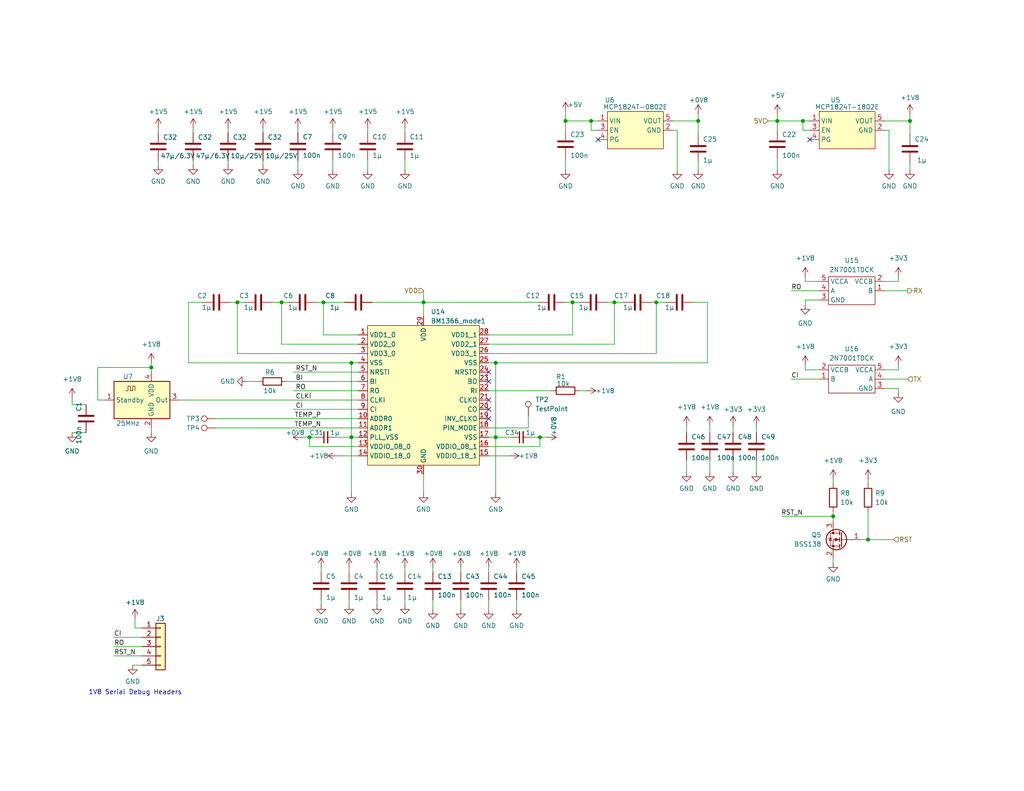
<source format=kicad_sch>
(kicad_sch (version 20230121) (generator eeschema)
  (paper "A")
  (title_block (title "BM1366 bitaxe") (date "2023-10-10") (rev "202"))
  (lib_symbols
    (symbol "Connector:TestPoint" (pin_numbers hide) (pin_names (offset 0.762) hide)
      (property "Reference" "TP" (at 0 6.858 0))
      (property "Value" "TestPoint" (at 0 5.08 0))
      (symbol "TestPoint_0_1"
        (circle (center 0 3.302) (radius 0.762))
      )
      (symbol "TestPoint_1_1"
        (pin passive line (at 0 0 90) (length 2.54) (name "1") (number "1"))
      )
    )
    (symbol "Connector_Generic:Conn_01x05" (pin_names (offset 1.016) hide)
      (property "Reference" "J" (at 0 7.62 0))
      (property "Value" "Conn_01x05" (at 0 -7.62 0))
      (symbol "Conn_01x05_1_1"
        (rectangle (start -1.27 -4.953) (end 0 -5.207) (stroke (width 0.1524)))
        (rectangle (start -1.27 -2.413) (end 0 -2.667) (stroke (width 0.1524)))
        (rectangle (start -1.27 0.127) (end 0 -0.127) (stroke (width 0.1524)))
        (rectangle (start -1.27 2.667) (end 0 2.413) (stroke (width 0.1524)))
        (rectangle (start -1.27 5.207) (end 0 4.953) (stroke (width 0.1524)))
        (rectangle (start -1.27 6.35) (end 1.27 -6.35) (stroke (width 0.254)) (fill (type background)))
        (pin passive line (at -5.08 5.08 0) (length 3.81) (name "Pin_1") (number "1"))
        (pin passive line (at -5.08 2.54 0) (length 3.81) (name "Pin_2") (number "2"))
        (pin passive line (at -5.08 0 0) (length 3.81) (name "Pin_3") (number "3"))
        (pin passive line (at -5.08 -2.54 0) (length 3.81) (name "Pin_4") (number "4"))
        (pin passive line (at -5.08 -5.08 0) (length 3.81) (name "Pin_5") (number "5"))
      )
    )
    (symbol "Device:C" (pin_numbers hide) (pin_names (offset 0.254))
      (property "Reference" "C" (at 0.635 2.54 0))
      (property "Value" "C" (at 0.635 -2.54 0))
      (symbol "C_0_1"
        (polyline (pts (xy -2.032 -0.762) (xy 2.032 -0.762)) (stroke (width 0.508)))
        (polyline (pts (xy -2.032 0.762) (xy 2.032 0.762)) (stroke (width 0.508)))
      )
      (symbol "C_1_1"
        (pin passive line (at 0 3.81 270) (length 2.794) (name "~") (number "1"))
        (pin passive line (at 0 -3.81 90) (length 2.794) (name "~") (number "2"))
      )
    )
    (symbol "Device:C_Small" (pin_numbers hide) (pin_names (offset 0.254) hide)
      (property "Reference" "C" (at 0.254 1.778 0))
      (property "Value" "C_Small" (at 0.254 -2.032 0))
      (symbol "C_Small_0_1"
        (polyline (pts (xy -1.524 -0.508) (xy 1.524 -0.508)) (stroke (width 0.3302)))
        (polyline (pts (xy -1.524 0.508) (xy 1.524 0.508)) (stroke (width 0.3048)))
      )
      (symbol "C_Small_1_1"
        (pin passive line (at 0 2.54 270) (length 2.032) (name "~") (number "1"))
        (pin passive line (at 0 -2.54 90) (length 2.032) (name "~") (number "2"))
      )
    )
    (symbol "Device:R" (pin_numbers hide) (pin_names (offset 0))
      (property "Reference" "R" (at 2.032 0 90))
      (property "Value" "R" (at 0 0 90))
      (symbol "R_0_1"
        (rectangle (start -1.016 -2.54) (end 1.016 2.54) (stroke (width 0.254)))
      )
      (symbol "R_1_1"
        (pin passive line (at 0 3.81 270) (length 1.27) (name "~") (number "1"))
        (pin passive line (at 0 -3.81 90) (length 1.27) (name "~") (number "2"))
      )
    )
    (symbol "GND_1" (power) (pin_names (offset 0))
      (property "Value" "GND_1" (at 0 -3.81 0))
      (symbol "GND_1_0_1"
        (polyline (pts (xy 0 0) (xy 0 -1.27) (xy 1.27 -1.27) (xy 0 -2.54) (xy -1.27 -1.27) (xy 0 -1.27)))
      )
      (symbol "GND_1_1_1"
        (pin power_in line (at 0 0 270) (length 0) hide (name "GND") (number "1"))
      )
    )
    (symbol "GND_2" (power) (pin_names (offset 0))
      (property "Value" "GND_2" (at 0 -3.81 0))
      (symbol "GND_2_0_1"
        (polyline (pts (xy 0 0) (xy 0 -1.27) (xy 1.27 -1.27) (xy 0 -2.54) (xy -1.27 -1.27) (xy 0 -1.27)))
      )
      (symbol "GND_2_1_1"
        (pin power_in line (at 0 0 270) (length 0) hide (name "GND") (number "1"))
      )
    )
    (symbol "GND_3" (power) (pin_names (offset 0))
      (property "Value" "GND_3" (at 0 -3.81 0))
      (symbol "GND_3_0_1"
        (polyline (pts (xy 0 0) (xy 0 -1.27) (xy 1.27 -1.27) (xy 0 -2.54) (xy -1.27 -1.27) (xy 0 -1.27)))
      )
      (symbol "GND_3_1_1"
        (pin power_in line (at 0 0 270) (length 0) hide (name "GND") (number "1"))
      )
    )
    (symbol "GND_4" (power) (pin_names (offset 0))
      (property "Value" "GND_4" (at 0 -3.81 0))
      (symbol "GND_4_0_1"
        (polyline (pts (xy 0 0) (xy 0 -1.27) (xy 1.27 -1.27) (xy 0 -2.54) (xy -1.27 -1.27) (xy 0 -1.27)))
      )
      (symbol "GND_4_1_1"
        (pin power_in line (at 0 0 270) (length 0) hide (name "GND") (number "1"))
      )
    )
    (symbol "GND_5" (power) (pin_names (offset 0))
      (property "Value" "GND_5" (at 0 -3.81 0))
      (symbol "GND_5_0_1"
        (polyline (pts (xy 0 0) (xy 0 -1.27) (xy 1.27 -1.27) (xy 0 -2.54) (xy -1.27 -1.27) (xy 0 -1.27)))
      )
      (symbol "GND_5_1_1"
        (pin power_in line (at 0 0 270) (length 0) hide (name "GND") (number "1"))
      )
    )
    (symbol "MCP1824_1"
      (property "Reference" "U" (at -7.62 5.08 0))
      (property "Value" "MCP1824_1" (at 5.08 5.08 0))
      (symbol "MCP1824_1_0_1"
        (rectangle (start -7.62 3.81) (end 7.62 -6.35) (stroke (width 0.1524)) (fill (type background)))
      )
      (symbol "MCP1824_1_1_0"
        (pin bidirectional line (at -10.16 1.27 0) (length 2.54) (name "VIN") (number "1"))
        (pin bidirectional line (at 10.16 -1.27 180) (length 2.54) (name "GND") (number "2"))
        (pin bidirectional line (at -10.16 -1.27 0) (length 2.54) (name "EN") (number "3"))
        (pin bidirectional line (at -10.16 -3.81 0) (length 2.54) (name "PG") (number "4"))
        (pin bidirectional line (at 10.16 1.27 180) (length 2.54) (name "VOUT") (number "5"))
      )
    )
    (symbol "Oscillator:ASDMB-xxxMHz"
      (property "Reference" "U" (at -6.35 6.35 0))
      (property "Value" "ASDMB-xxxMHz" (at 11.43 6.35 0))
      (symbol "ASDMB-xxxMHz_1_1"
        (rectangle (start -7.62 5.08) (end 7.62 -5.08) (stroke (width 0.254)) (fill (type background)))
        (polyline (pts (xy -4.445 2.54) (xy -3.81 2.54) (xy -3.81 3.81) (xy -3.175 3.81) (xy -3.175 2.54) (xy -2.54 2.54) (xy -2.54 3.81) (xy -1.905 3.81) (xy -1.905 2.54)))
        (pin input line (at -10.16 0 0) (length 2.54) (name "Standby") (number "1"))
        (pin power_in line (at 2.54 -7.62 90) (length 2.54) (name "GND") (number "2"))
        (pin output line (at 10.16 0 180) (length 2.54) (name "Out") (number "3"))
        (pin power_in line (at 2.54 7.62 270) (length 2.54) (name "VDD") (number "4"))
      )
    )
    (symbol "Transistor_FET:BSS138" (pin_names hide)
      (property "Reference" "Q" (at 5.08 1.905 0))
      (property "Value" "BSS138" (at 5.08 0 0))
      (symbol "BSS138_0_1"
        (polyline (pts (xy 0.254 0) (xy -2.54 0)))
        (polyline (pts (xy 0.254 1.905) (xy 0.254 -1.905)) (stroke (width 0.254)))
        (polyline (pts (xy 0.762 -1.27) (xy 0.762 -2.286)) (stroke (width 0.254)))
        (polyline (pts (xy 0.762 0.508) (xy 0.762 -0.508)) (stroke (width 0.254)))
        (polyline (pts (xy 0.762 2.286) (xy 0.762 1.27)) (stroke (width 0.254)))
        (polyline (pts (xy 2.54 2.54) (xy 2.54 1.778)))
        (polyline (pts (xy 2.54 -2.54) (xy 2.54 0) (xy 0.762 0)))
        (polyline (pts (xy 0.762 -1.778) (xy 3.302 -1.778) (xy 3.302 1.778) (xy 0.762 1.778)))
        (polyline (pts (xy 1.016 0) (xy 2.032 0.381) (xy 2.032 -0.381) (xy 1.016 0)) (fill (type outline)))
        (polyline (pts (xy 2.794 0.508) (xy 2.921 0.381) (xy 3.683 0.381) (xy 3.81 0.254)))
        (polyline (pts (xy 3.302 0.381) (xy 2.921 -0.254) (xy 3.683 -0.254) (xy 3.302 0.381)))
        (circle (center 1.651 0) (radius 2.794) (stroke (width 0.254)))
        (circle (center 2.54 -1.778) (radius 0.254) (fill (type outline)))
        (circle (center 2.54 1.778) (radius 0.254) (fill (type outline)))
      )
      (symbol "BSS138_1_1"
        (pin input line (at -5.08 0 0) (length 2.54) (name "G") (number "1"))
        (pin passive line (at 2.54 -5.08 90) (length 2.54) (name "S") (number "2"))
        (pin passive line (at 2.54 5.08 270) (length 2.54) (name "D") (number "3"))
      )
    )
    (symbol "bitaxe:BM1366_mode1"
      (property "Reference" "U14" (at 1.9559 24.13 0))
      (property "Value" "BM1366_mode1" (at 1.9559 21.59 0))
      (symbol "BM1366_mode1_0_1"
        (rectangle (start -15.24 20.32) (end 15.24 -17.78) (fill (type background)))
      )
      (symbol "BM1366_mode1_1_1"
        (pin input line (at -17.78 17.78 0) (length 2.54) (name "VDD1_0") (number "1"))
        (pin input line (at -17.78 -5.08 0) (length 2.54) (name "ADDR0") (number "10"))
        (pin input line (at -17.78 -7.62 0) (length 2.54) (name "ADDR1") (number "11"))
        (pin input line (at -17.78 -10.16 0) (length 2.54) (name "PLL_VSS") (number "12"))
        (pin input line (at -17.78 -12.7 0) (length 2.54) (name "VDDIO_08_0") (number "13"))
        (pin input line (at -17.78 -15.24 0) (length 2.54) (name "VDDIO_18_0") (number "14"))
        (pin input line (at 17.78 -15.24 180) (length 2.54) (name "VDDIO_18_1") (number "15"))
        (pin input line (at 17.78 -12.7 180) (length 2.54) (name "VDDIO_08_1") (number "16"))
        (pin input line (at 17.78 -10.16 180) (length 2.54) (name "VSS") (number "17"))
        (pin input line (at 17.78 -7.62 180) (length 2.54) (name "PIN_MODE") (number "18"))
        (pin input line (at 17.78 -5.08 180) (length 2.54) (name "INV_CLKO") (number "19"))
        (pin input line (at -17.78 15.24 0) (length 2.54) (name "VDD2_0") (number "2"))
        (pin input line (at 17.78 -2.54 180) (length 2.54) (name "CO") (number "20"))
        (pin input line (at 17.78 0 180) (length 2.54) (name "CLKO") (number "21"))
        (pin input line (at 17.78 2.54 180) (length 2.54) (name "RI") (number "22"))
        (pin input line (at 17.78 5.08 180) (length 2.54) (name "BO") (number "23"))
        (pin input line (at 17.78 7.62 180) (length 2.54) (name "NRSTO") (number "24"))
        (pin input line (at 17.78 10.16 180) (length 2.54) (name "VSS") (number "25"))
        (pin input line (at 17.78 12.7 180) (length 2.54) (name "VDD3_1") (number "26"))
        (pin input line (at 17.78 15.24 180) (length 2.54) (name "VDD2_1") (number "27"))
        (pin input line (at 17.78 17.78 180) (length 2.54) (name "VDD1_1") (number "28"))
        (pin input line (at 0 22.86 270) (length 2.54) (name "VDD") (number "29"))
        (pin input line (at -17.78 12.7 0) (length 2.54) (name "VDD3_0") (number "3"))
        (pin input line (at 0 -20.32 90) (length 2.54) (name "GND") (number "30"))
        (pin input line (at -17.78 10.16 0) (length 2.54) (name "VSS") (number "4"))
        (pin input line (at -17.78 7.62 0) (length 2.54) (name "NRSTI") (number "5"))
        (pin input line (at -17.78 5.08 0) (length 2.54) (name "BI") (number "6"))
        (pin input line (at -17.78 2.54 0) (length 2.54) (name "RO") (number "7"))
        (pin input line (at -17.78 0 0) (length 2.54) (name "CLKI") (number "8"))
        (pin input line (at -17.78 -2.54 0) (length 2.54) (name "CI") (number "9"))
      )
    )
    (symbol "bitaxe:MCP1824"
      (property "Reference" "U" (at -7.62 5.08 0))
      (property "Value" "MCP1824" (at 5.08 5.08 0))
      (symbol "MCP1824_0_1"
        (rectangle (start -7.62 3.81) (end 7.62 -6.35) (stroke (width 0.1524)) (fill (type background)))
      )
      (symbol "MCP1824_1_0"
        (pin bidirectional line (at -10.16 1.27 0) (length 2.54) (name "VIN") (number "1"))
        (pin bidirectional line (at 10.16 -1.27 180) (length 2.54) (name "GND") (number "2"))
        (pin bidirectional line (at -10.16 -1.27 0) (length 2.54) (name "EN") (number "3"))
        (pin bidirectional line (at -10.16 -3.81 0) (length 2.54) (name "PG") (number "4"))
        (pin bidirectional line (at 10.16 1.27 180) (length 2.54) (name "VOUT") (number "5"))
      )
    )
    (symbol "mylib7:+0V8"
      (property "Value" "+0V8" (at 0 3.81 0))
      (symbol "+0V8_0_1"
        (polyline (pts (xy -0.762 1.27) (xy 0 2.54)))
        (polyline (pts (xy 0 0) (xy 0 2.54)))
        (polyline (pts (xy 0 2.54) (xy 0.762 1.27)))
      )
      (symbol "+0V8_1_1"
        (pin power_in line (at 0 0 90) (length 0) hide (name "+0V8") (number "1"))
      )
    )
    (symbol "mylib7:2N7001TDCKR"
      (property "Reference" "U" (at -5.08 5.08 0))
      (property "Value" "2N7001TDCK" (at -2.54 -5.08 0))
      (symbol "2N7001TDCKR_0_1"
        (rectangle (start -6.35 3.81) (end 6.35 -3.81))
      )
      (symbol "2N7001TDCKR_1_1"
        (pin output line (at 8.89 0 180) (length 2.54) (name "B") (number "1"))
        (pin output line (at 8.89 2.54 180) (length 2.54) (name "VCCB") (number "2"))
        (pin power_in line (at -8.89 -2.54 0) (length 2.54) (name "GND") (number "3"))
        (pin input line (at -8.89 0 0) (length 2.54) (name "A") (number "4"))
        (pin output line (at -8.89 2.54 0) (length 2.54) (name "VCCA") (number "5"))
      )
    )
    (symbol "power:+1V5" (power) (pin_names (offset 0))
      (property "Value" "+1V5" (at 0 3.556 0))
      (symbol "+1V5_0_1"
        (polyline (pts (xy -0.762 1.27) (xy 0 2.54)))
        (polyline (pts (xy 0 0) (xy 0 2.54)))
        (polyline (pts (xy 0 2.54) (xy 0.762 1.27)))
      )
      (symbol "+1V5_1_1"
        (pin power_in line (at 0 0 90) (length 0) hide (name "+1V5") (number "1"))
      )
    )
    (symbol "power:+1V8" (power) (pin_names (offset 0))
      (property "Value" "+1V8" (at 0 3.556 0))
      (symbol "+1V8_0_1"
        (polyline (pts (xy -0.762 1.27) (xy 0 2.54)))
        (polyline (pts (xy 0 0) (xy 0 2.54)))
        (polyline (pts (xy 0 2.54) (xy 0.762 1.27)))
      )
      (symbol "+1V8_1_1"
        (pin power_in line (at 0 0 90) (length 0) hide (name "+1V8") (number "1"))
      )
    )
    (symbol "power:+3V3" (power) (pin_names (offset 0))
      (property "Value" "+3V3" (at 0 3.556 0))
      (symbol "+3V3_0_1"
        (polyline (pts (xy -0.762 1.27) (xy 0 2.54)))
        (polyline (pts (xy 0 0) (xy 0 2.54)))
        (polyline (pts (xy 0 2.54) (xy 0.762 1.27)))
      )
      (symbol "+3V3_1_1"
        (pin power_in line (at 0 0 90) (length 0) hide (name "+3V3") (number "1"))
      )
    )
    (symbol "power:+5V" (power) (pin_names (offset 0))
      (property "Value" "+5V" (at 0 3.556 0))
      (symbol "+5V_0_1"
        (polyline (pts (xy -0.762 1.27) (xy 0 2.54)))
        (polyline (pts (xy 0 0) (xy 0 2.54)))
        (polyline (pts (xy 0 2.54) (xy 0.762 1.27)))
      )
      (symbol "+5V_1_1"
        (pin power_in line (at 0 0 90) (length 0) hide (name "+5V") (number "1"))
      )
    )
    (symbol "power:GND" (power) (pin_names (offset 0))
      (property "Value" "GND" (at 0 -3.81 0))
      (symbol "GND_0_1"
        (polyline (pts (xy 0 0) (xy 0 -1.27) (xy 1.27 -1.27) (xy 0 -2.54) (xy -1.27 -1.27) (xy 0 -1.27)))
      )
      (symbol "GND_1_1"
        (pin power_in line (at 0 0 270) (length 0) hide (name "GND") (number "1"))
      )
    )
  )
  (junction (at 135.255 119.38))
  (junction (at 156.21 82.55))
  (junction (at 147.32 119.38))
  (junction (at 167.64 82.55))
  (junction (at 212.09 33.02) (diameter 0.9144))
  (junction (at 161.29 33.02))
  (junction (at 95.885 119.38))
  (junction (at 64.77 82.55))
  (junction (at 236.855 147.32))
  (junction (at 41.275 100.33))
  (junction (at 248.285 33.02))
  (junction (at 84.455 119.38))
  (junction (at 154.305 33.02) (diameter 0.9144))
  (junction (at 219.075 33.02))
  (junction (at 115.57 82.55))
  (junction (at 76.835 82.55))
  (junction (at 227.33 140.97))
  (junction (at 95.885 99.06))
  (junction (at 88.265 82.55))
  (junction (at 135.255 99.06))
  (junction (at 179.07 82.55))
  (junction (at 190.5 33.02) (diameter 0.9144))
  (no_connect (at 133.35 101.6))
  (no_connect (at 163.195 38.1))
  (no_connect (at 133.35 109.22))
  (no_connect (at 220.98 38.1))
  (no_connect (at 133.35 114.3))
  (no_connect (at 133.35 104.14))
  (no_connect (at 133.35 111.76))
  (wire (pts (xy 84.455 119.38) (xy 84.455 121.92)))
  (wire (pts (xy 133.35 163.83) (xy 133.35 166.37)))
  (wire (pts (xy 91.44 119.38) (xy 95.885 119.38)))
  (wire (pts (xy 41.275 100.33) (xy 41.275 101.6)))
  (wire (pts (xy 227.33 130.81) (xy 227.33 132.08)))
  (wire (pts (xy 219.71 81.915) (xy 223.52 81.915)))
  (wire (pts (xy 140.97 156.21) (xy 140.97 154.94)))
  (wire (pts (xy 179.07 96.52) (xy 179.07 82.55)))
  (wire (pts (xy 234.95 147.32) (xy 236.855 147.32)))
  (wire (pts (xy 193.04 99.06) (xy 193.04 82.55)))
  (wire (pts (xy 167.64 93.98) (xy 167.64 82.55)))
  (wire (pts (xy 80.01 111.76) (xy 97.79 111.76)))
  (wire (pts (xy 227.33 139.7) (xy 227.33 140.97)))
  (wire (pts (xy 95.25 163.83) (xy 95.25 165.1)))
  (wire (pts (xy 215.9 103.505) (xy 223.52 103.505)))
  (wire (pts (xy 41.275 99.06) (xy 41.275 100.33)))
  (wire (pts (xy 125.73 156.21) (xy 125.73 154.94)))
  (wire (pts (xy 245.11 76.835) (xy 245.11 75.565)))
  (wire (pts (xy 59.055 114.3) (xy 97.79 114.3)))
  (wire (pts (xy 135.255 99.06) (xy 135.255 119.38)))
  (wire (pts (xy 19.685 108.585) (xy 19.685 110.49)))
  (wire (pts (xy 245.11 107.315) (xy 245.11 106.045)))
  (wire (pts (xy 86.36 119.38) (xy 84.455 119.38)))
  (wire (pts (xy 241.3 79.375) (xy 247.65 79.375)))
  (wire (pts (xy 135.255 119.38) (xy 139.7 119.38)))
  (wire (pts (xy 115.57 129.54) (xy 115.57 134.62)))
  (wire (pts (xy 87.63 154.94) (xy 87.63 156.21)))
  (wire (pts (xy 52.705 43.815) (xy 52.705 45.085)))
  (wire (pts (xy 78.105 104.14) (xy 97.79 104.14)))
  (wire (pts (xy 140.97 163.83) (xy 140.97 166.37)))
  (wire (pts (xy 133.35 99.06) (xy 135.255 99.06)))
  (wire (pts (xy 248.285 44.45) (xy 248.285 46.355)))
  (wire (pts (xy 187.325 116.205) (xy 187.325 118.11)))
  (wire (pts (xy 248.285 31.115) (xy 248.285 33.02)))
  (wire (pts (xy 242.57 35.56) (xy 241.3 35.56)))
  (wire (pts (xy 154.305 33.02) (xy 161.29 33.02)))
  (wire (pts (xy 213.36 140.97) (xy 227.33 140.97)))
  (wire (pts (xy 158.115 106.68) (xy 160.02 106.68)))
  (wire (pts (xy 95.885 119.38) (xy 95.885 134.62)))
  (wire (pts (xy 26.67 100.33) (xy 26.67 109.22)))
  (wire (pts (xy 82.55 119.38) (xy 84.455 119.38)))
  (wire (pts (xy 133.35 106.68) (xy 150.495 106.68)))
  (wire (pts (xy 71.755 34.925) (xy 71.755 36.195)))
  (wire (pts (xy 206.375 125.73) (xy 206.375 128.905)))
  (wire (pts (xy 184.785 35.56) (xy 183.515 35.56)))
  (wire (pts (xy 41.275 100.33) (xy 26.67 100.33)))
  (wire (pts (xy 118.11 163.83) (xy 118.11 166.37)))
  (wire (pts (xy 90.805 36.195) (xy 90.805 34.925)))
  (wire (pts (xy 100.33 43.815) (xy 100.33 46.355)))
  (wire (pts (xy 36.195 181.61) (xy 38.735 181.61)))
  (wire (pts (xy 154.305 33.02) (xy 154.305 35.56)))
  (wire (pts (xy 133.35 96.52) (xy 179.07 96.52)))
  (wire (pts (xy 154.305 82.55) (xy 156.21 82.55)))
  (wire (pts (xy 190.5 44.45) (xy 190.5 46.355)))
  (wire (pts (xy 26.67 109.22) (xy 28.575 109.22)))
  (wire (pts (xy 200.025 125.73) (xy 200.025 128.905)))
  (wire (pts (xy 100.33 36.195) (xy 100.33 34.925)))
  (wire (pts (xy 86.36 82.55) (xy 88.265 82.55)))
  (wire (pts (xy 165.735 82.55) (xy 167.64 82.55)))
  (wire (pts (xy 161.29 35.56) (xy 161.29 33.02)))
  (wire (pts (xy 102.87 154.94) (xy 102.87 156.21)))
  (wire (pts (xy 212.09 43.18) (xy 212.09 46.355)))
  (wire (pts (xy 76.835 82.55) (xy 78.74 82.55)))
  (wire (pts (xy 133.35 116.84) (xy 144.145 116.84)))
  (wire (pts (xy 241.3 33.02) (xy 248.285 33.02)))
  (wire (pts (xy 219.71 99.695) (xy 219.71 100.965)))
  (wire (pts (xy 135.255 119.38) (xy 135.255 134.62)))
  (wire (pts (xy 227.33 140.97) (xy 227.33 142.24)))
  (wire (pts (xy 236.855 147.32) (xy 243.84 147.32)))
  (wire (pts (xy 219.075 33.02) (xy 220.98 33.02)))
  (wire (pts (xy 36.83 168.91) (xy 36.83 171.45)))
  (wire (pts (xy 64.77 96.52) (xy 64.77 82.55)))
  (wire (pts (xy 95.885 99.06) (xy 95.885 119.38)))
  (wire (pts (xy 115.57 82.55) (xy 146.685 82.55)))
  (wire (pts (xy 184.785 35.56) (xy 184.785 46.355)))
  (wire (pts (xy 133.35 119.38) (xy 135.255 119.38)))
  (wire (pts (xy 74.295 82.55) (xy 76.835 82.55)))
  (wire (pts (xy 95.885 99.06) (xy 51.435 99.06)))
  (wire (pts (xy 51.435 82.55) (xy 55.245 82.55)))
  (wire (pts (xy 156.21 82.55) (xy 158.115 82.55)))
  (wire (pts (xy 241.3 76.835) (xy 245.11 76.835)))
  (wire (pts (xy 219.71 75.565) (xy 219.71 76.835)))
  (wire (pts (xy 215.9 79.375) (xy 223.52 79.375)))
  (wire (pts (xy 219.075 35.56) (xy 220.98 35.56)))
  (wire (pts (xy 110.49 154.94) (xy 110.49 156.21)))
  (wire (pts (xy 43.18 43.815) (xy 43.18 45.085)))
  (wire (pts (xy 92.075 124.46) (xy 97.79 124.46)))
  (wire (pts (xy 154.305 30.48) (xy 154.305 33.02)))
  (wire (pts (xy 43.18 34.925) (xy 43.18 36.195)))
  (wire (pts (xy 64.77 82.55) (xy 66.675 82.55)))
  (wire (pts (xy 245.11 100.965) (xy 245.11 99.695)))
  (wire (pts (xy 161.29 33.02) (xy 163.195 33.02)))
  (wire (pts (xy 144.78 119.38) (xy 147.32 119.38)))
  (wire (pts (xy 101.6 82.55) (xy 115.57 82.55)))
  (wire (pts (xy 88.265 91.44) (xy 97.79 91.44)))
  (wire (pts (xy 84.455 121.92) (xy 97.79 121.92)))
  (wire (pts (xy 81.28 43.815) (xy 81.28 46.355)))
  (wire (pts (xy 242.57 35.56) (xy 242.57 46.355)))
  (wire (pts (xy 241.3 103.505) (xy 247.65 103.505)))
  (wire (pts (xy 177.8 82.55) (xy 179.07 82.55)))
  (wire (pts (xy 62.865 82.55) (xy 64.77 82.55)))
  (wire (pts (xy 236.855 139.7) (xy 236.855 147.32)))
  (wire (pts (xy 48.895 109.22) (xy 97.79 109.22)))
  (wire (pts (xy 241.3 100.965) (xy 245.11 100.965)))
  (wire (pts (xy 110.49 36.195) (xy 110.49 34.925)))
  (wire (pts (xy 118.11 156.21) (xy 118.11 154.94)))
  (wire (pts (xy 133.35 156.21) (xy 133.35 154.94)))
  (wire (pts (xy 76.835 93.98) (xy 76.835 82.55)))
  (wire (pts (xy 200.025 116.205) (xy 200.025 118.11)))
  (wire (pts (xy 80.01 101.6) (xy 97.79 101.6)))
  (wire (pts (xy 245.11 106.045) (xy 241.3 106.045)))
  (wire (pts (xy 212.09 33.02) (xy 219.075 33.02)))
  (wire (pts (xy 209.55 33.02) (xy 212.09 33.02)))
  (wire (pts (xy 236.855 130.81) (xy 236.855 132.08)))
  (wire (pts (xy 212.09 33.02) (xy 212.09 35.56)))
  (wire (pts (xy 110.49 163.83) (xy 110.49 165.1)))
  (wire (pts (xy 161.29 35.56) (xy 163.195 35.56)))
  (wire (pts (xy 87.63 163.83) (xy 87.63 165.1)))
  (wire (pts (xy 193.675 116.205) (xy 193.675 118.11)))
  (wire (pts (xy 133.35 124.46) (xy 139.065 124.46)))
  (wire (pts (xy 156.21 91.44) (xy 156.21 82.55)))
  (wire (pts (xy 206.375 116.205) (xy 206.375 118.11)))
  (wire (pts (xy 219.71 76.835) (xy 223.52 76.835)))
  (wire (pts (xy 62.23 34.925) (xy 62.23 36.195)))
  (wire (pts (xy 90.805 43.815) (xy 90.805 46.355)))
  (wire (pts (xy 227.33 152.4) (xy 227.33 153.67)))
  (wire (pts (xy 95.885 119.38) (xy 97.79 119.38)))
  (wire (pts (xy 115.57 79.375) (xy 115.57 82.55)))
  (wire (pts (xy 59.055 116.84) (xy 97.79 116.84)))
  (wire (pts (xy 95.25 154.94) (xy 95.25 156.21)))
  (wire (pts (xy 154.305 43.18) (xy 154.305 46.355)))
  (wire (pts (xy 19.685 110.49) (xy 23.495 110.49)))
  (wire (pts (xy 190.5 31.115) (xy 190.5 33.02)))
  (wire (pts (xy 219.71 83.185) (xy 219.71 81.915)))
  (wire (pts (xy 167.64 82.55) (xy 170.18 82.55)))
  (wire (pts (xy 115.57 82.55) (xy 115.57 86.36)))
  (wire (pts (xy 36.83 171.45) (xy 38.735 171.45)))
  (wire (pts (xy 125.73 163.83) (xy 125.73 166.37)))
  (wire (pts (xy 193.04 82.55) (xy 189.23 82.55)))
  (wire (pts (xy 64.77 96.52) (xy 97.79 96.52)))
  (wire (pts (xy 147.32 119.38) (xy 147.32 121.92)))
  (wire (pts (xy 80.01 106.68) (xy 97.79 106.68)))
  (wire (pts (xy 62.23 43.815) (xy 62.23 45.085)))
  (wire (pts (xy 212.09 31.115) (xy 212.09 33.02)))
  (wire (pts (xy 248.285 33.02) (xy 248.285 36.83)))
  (wire (pts (xy 76.835 93.98) (xy 97.79 93.98)))
  (wire (pts (xy 179.07 82.55) (xy 181.61 82.55)))
  (wire (pts (xy 190.5 33.02) (xy 190.5 36.83)))
  (wire (pts (xy 41.275 116.84) (xy 41.275 118.11)))
  (wire (pts (xy 133.35 121.92) (xy 147.32 121.92)))
  (wire (pts (xy 144.145 116.84) (xy 144.145 113.665)))
  (wire (pts (xy 31.115 176.53) (xy 38.735 176.53)))
  (wire (pts (xy 219.075 35.56) (xy 219.075 33.02)))
  (wire (pts (xy 187.325 125.73) (xy 187.325 128.905)))
  (wire (pts (xy 219.71 100.965) (xy 223.52 100.965)))
  (wire (pts (xy 110.49 43.815) (xy 110.49 46.355)))
  (wire (pts (xy 81.28 36.195) (xy 81.28 34.925)))
  (wire (pts (xy 133.35 93.98) (xy 167.64 93.98)))
  (wire (pts (xy 88.265 82.55) (xy 93.98 82.55)))
  (wire (pts (xy 97.79 99.06) (xy 95.885 99.06)))
  (wire (pts (xy 71.755 43.815) (xy 71.755 45.085)))
  (wire (pts (xy 67.31 104.14) (xy 70.485 104.14)))
  (wire (pts (xy 19.685 118.11) (xy 23.495 118.11)))
  (wire (pts (xy 31.115 173.99) (xy 38.735 173.99)))
  (wire (pts (xy 88.265 82.55) (xy 88.265 91.44)))
  (wire (pts (xy 31.115 179.07) (xy 38.735 179.07)))
  (wire (pts (xy 135.255 99.06) (xy 193.04 99.06)))
  (wire (pts (xy 52.705 34.925) (xy 52.705 36.195)))
  (wire (pts (xy 149.225 119.38) (xy 147.32 119.38)))
  (wire (pts (xy 133.35 91.44) (xy 156.21 91.44)))
  (wire (pts (xy 102.87 163.83) (xy 102.87 165.1)))
  (wire (pts (xy 193.675 125.73) (xy 193.675 128.905)))
  (wire (pts (xy 183.515 33.02) (xy 190.5 33.02)))
  (wire (pts (xy 51.435 99.06) (xy 51.435 82.55)))
  (text "1V8 Serial Debug Headers" (at 24.13 189.865 0) (effects (font (size 1.27 1.27)) (justify left bottom)))
  (label "TEMP_P" (at 87.63 114.3 180))
  (label "CI" (at 31.115 173.99 0))
  (label "RO" (at 215.9 79.375 0))
  (label "RST_N" (at 31.115 179.07 0))
  (label "RO" (at 31.115 176.53 0))
  (label "RO" (at 80.645 106.68 0))
  (label "CLKI" (at 80.645 109.22 0))
  (label "RST_N" (at 80.645 101.6 0))
  (label "RST_N" (at 219.075 140.97 180))
  (label "BI" (at 80.645 104.14 0))
  (label "CI" (at 80.645 111.76 0))
  (label "TEMP_N" (at 87.63 116.84 180))
  (label "CI" (at 215.9 103.505 0))
  (hierarchical_label "5V" (shape input) (at 209.55 33.02 180))
  (hierarchical_label "TX" (shape input) (at 247.65 103.505 0))
  (hierarchical_label "RST" (shape input) (at 243.84 147.32 0))
  (hierarchical_label "VDD" (shape input) (at 115.57 79.375 180))
  (hierarchical_label "RX" (shape output) (at 247.65 79.375 0))
  (symbol (lib_id "Device:R") (at 227.33 135.89 180) (unit 1)
    (property "Reference" "R8" (at 229.235 134.62 0) (effects (justify right)))
    (property "Value" "10k" (at 229.235 137.16 0) (effects (justify right)))
    (property "Footprint" "Resistor_SMD:R_0805_2012Metric" (effects hide))
  )
  (symbol (lib_id "mylib7:+0V8") (at 125.73 154.94 0) (unit 1)
    (property "Reference" "U12" (effects hide))
    (property "Value" "+0V8" (at 123.19 151.13 0) (effects (justify left)))
    (property "Distributor" "-" (effects hide))
  )
  (symbol (lib_id "power:+1V8") (at 36.83 168.91 0) (unit 1)
    (property "Reference" "#PWR048" (effects hide))
    (property "Value" "+1V8" (at 36.83 164.465 0))
  )
  (symbol (lib_id "power:GND") (at 193.675 128.905 0) (mirror y) (unit 1)
    (property "Reference" "#PWR054" (effects hide))
    (property "Value" "GND" (at 193.675 133.35 0))
  )
  (symbol (lib_id "Connector:TestPoint") (at 59.055 116.84 90) (unit 1)
    (property "Reference" "TP4" (at 52.705 116.84 90))
    (property "Value" "TestPoint" (effects hide))
    (property "Footprint" "TestPoint:TestPoint_Pad_D1.5mm" (effects hide))
    (property "Distributor" "-" (effects hide))
  )
  (symbol (lib_id "Device:C") (at 248.285 40.64 0) (unit 1)
    (property "Reference" "C24" (at 249.555 38.735 0) (effects (justify left bottom)))
    (property "Value" "1µ" (at 250.19 44.45 0) (effects (justify left bottom)))
    (property "Footprint" "Capacitor_SMD:C_0805_2012Metric" (effects hide))
    (property "PARTNO" "EMK105BJ105MV-F" (effects hide))
  )
  (symbol (lib_id "power:+1V5") (at 100.33 34.925 0) (unit 1)
    (property "Reference" "#PWR040" (effects hide))
    (property "Value" "+1V5" (at 100.33 30.48 0))
  )
  (symbol (lib_id "Device:C") (at 212.09 39.37 0) (unit 1)
    (property "Reference" "C22" (at 213.36 37.465 0) (effects (justify left bottom)))
    (property "Value" "100n" (at 213.36 43.18 0) (effects (justify left bottom)))
    (property "Footprint" "Capacitor_SMD:C_0805_2012Metric" (effects hide))
    (property "PARTNO" "0402X104K100CT" (effects hide))
  )
  (symbol (lib_id "power:+1V8") (at 41.275 99.06 0) (unit 1)
    (property "Reference" "#PWR035" (effects hide))
    (property "Value" "+1V8" (at 41.275 93.98 0))
  )
  (symbol (lib_id "power:+1V8") (at 193.675 116.205 0) (unit 1)
    (property "Reference" "#PWR0115" (effects hide))
    (property "Value" "+1V8" (at 193.675 111.125 0))
  )
  (symbol (lib_id "power:GND") (at 248.285 46.355 0) (mirror y) (unit 1)
    (property "Reference" "#PWR024" (effects hide))
    (property "Value" "GND" (at 248.285 50.8 0))
  )
  (symbol (lib_id "power:+1V8") (at 227.33 130.81 0) (unit 1)
    (property "Reference" "#PWR055" (effects hide))
    (property "Value" "+1V8" (at 227.33 125.73 0))
  )
  (symbol (lib_id "power:GND") (at 154.305 46.355 0) (mirror y) (unit 1)
    (property "Reference" "#PWR026" (effects hide))
    (property "Value" "GND" (at 154.305 50.8 0))
  )
  (symbol (lib_id "power:GND") (at 71.755 45.085 0) (mirror y) (unit 1)
    (property "Reference" "#PWR032" (effects hide))
    (property "Value" "GND" (at 71.755 49.53 0))
  )
  (symbol (lib_id "Device:C") (at 81.28 40.005 0) (unit 1)
    (property "Reference" "C7" (at 82.55 38.1 0) (effects (justify left bottom)))
    (property "Value" "100n" (at 82.55 43.18 0) (effects (justify left bottom)))
    (property "Footprint" "Capacitor_SMD:C_0805_2012Metric" (effects hide))
    (property "PARTNO" "0402X104K100CT" (effects hide))
  )
  (symbol (lib_id "power:+1V8") (at 92.075 124.46 90) (unit 1)
    (property "Reference" "#PWR010" (effects hide))
    (property "Value" "+1V8" (at 86.995 124.46 90))
  )
  (symbol (lib_id "power:+3V3") (at 245.11 75.565 0) (unit 1)
    (property "Reference" "#PWR052" (effects hide))
    (property "Value" "+3V3" (at 245.11 70.485 0))
  )
  (symbol (lib_id "Connector:TestPoint") (at 144.145 113.665 0) (unit 1)
    (property "Reference" "TP2" (at 146.05 109.093 0) (effects (justify left)))
    (property "Value" "TestPoint" (at 146.05 111.633 0) (effects (justify left)))
    (property "Footprint" "TestPoint:TestPoint_Pad_D1.5mm" (effects hide))
    (property "Distributor" "-" (effects hide))
  )
  (symbol (lib_id "Device:C") (at 185.42 82.55 90) (unit 1)
    (property "Reference" "C18" (at 182.88 80.01 90) (effects (justify left bottom)))
    (property "Value" "1µ" (at 184.15 83.185 90) (effects (justify left bottom)))
    (property "Footprint" "Capacitor_SMD:C_0805_2012Metric" (effects hide))
    (property "PARTNO" "EMK105BJ105MV-F" (effects hide))
  )
  (symbol (lib_id "Device:C") (at 43.18 40.005 0) (unit 1)
    (property "Reference" "C32" (at 44.45 37.465 0) (effects (justify left)))
    (property "Value" "47µ/6.3V" (at 43.815 42.545 0) (effects (justify left)))
    (property "Footprint" "Capacitor_SMD:C_1210_3225Metric" (effects hide))
    (property "Distributor" "D" (effects hide))
    (property "Manufacturer" "C1210C476M9PAC7800" (effects hide))
    (property "OrderNr" "399-C1210C476M9PAC7800CT-ND" (effects hide))
    (instances (project "piaxe" (path "" (reference "C32") (unit 1)) (path "" (reference "C41") (unit 1))))
  )
  (symbol (lib_id "Device:C_Small") (at 88.9 119.38 90) (unit 1)
    (property "Reference" "C31" (at 86.36 118.11 90))
    (property "Value" "1µ" (at 91.44 118.11 90))
    (property "Footprint" "Capacitor_SMD:C_0805_2012Metric" (effects hide))
  )
  (symbol (lib_id "power:GND") (at 115.57 134.62 0) (mirror y) (unit 1)
    (property "Reference" "#PWR02" (effects hide))
    (property "Value" "GND" (at 115.57 139.065 0))
  )
  (symbol (lib_id "power:GND") (at 118.11 166.37 0) (mirror y) (unit 1)
    (property "Reference" "#PWR046" (effects hide))
    (property "Value" "GND" (at 118.11 170.815 0))
  )
  (symbol (lib_id "power:+5V") (at 154.305 30.48 0) (unit 1)
    (property "Reference" "#PWR050" (effects hide))
    (property "Value" "+5V" (at 156.845 28.575 0))
  )
  (symbol (lib_id "mylib7:2N7001TDCKR") (at 232.41 79.375 0) (unit 1)
    (property "Reference" "U15" (at 232.41 71.12 0))
    (property "Value" "2N7001TDCK" (at 232.41 73.66 0))
    (property "Footprint" "Package_TO_SOT_SMD:SOT-353_SC-70-5" (effects hide))
    (property "Distributor" "D" (effects hide))
    (property "Manufacturer" "2N7001TDCKR" (effects hide))
    (property "OrderNr" "296-50213-1-ND" (effects hide))
  )
  (symbol (lib_id "power:+1V8") (at 139.065 124.46 270) (unit 1)
    (property "Reference" "#PWR08" (effects hide))
    (property "Value" "+1V8" (at 144.145 124.46 90))
  )
  (symbol (lib_id "mylib7:+0V8") (at 149.225 119.38 270) (unit 1)
    (property "Reference" "U8" (effects hide))
    (property "Value" "+0V8" (at 151.13 113.665 0) (effects (justify left)))
    (property "Distributor" "-" (effects hide))
  )
  (symbol (lib_id "power:GND") (at 110.49 46.355 0) (mirror y) (unit 1)
    (property "Reference" "#PWR045" (effects hide))
    (property "Value" "GND" (at 110.49 50.8 0))
  )
  (symbol (lib_id "Device:C") (at 173.99 82.55 90) (unit 1)
    (property "Reference" "C17" (at 171.45 80.01 90) (effects (justify left bottom)))
    (property "Value" "1µ" (at 172.72 83.185 90) (effects (justify left bottom)))
    (property "Footprint" "Capacitor_SMD:C_0805_2012Metric" (effects hide))
    (property "PARTNO" "EMK105BJ105MV-F" (effects hide))
  )
  (symbol (lib_name "GND_1") (lib_id "power:GND") (at 245.11 107.315 0) (mirror y) (unit 1)
    (property "Reference" "#PWR0111" (effects hide))
    (property "Value" "GND" (at 245.11 112.395 0))
  )
  (symbol (lib_id "power:+1V5") (at 71.755 34.925 0) (unit 1)
    (property "Reference" "#PWR019" (effects hide))
    (property "Value" "+1V5" (at 71.755 30.48 0))
  )
  (symbol (lib_id "mylib7:+0V8") (at 82.55 119.38 90) (unit 1)
    (property "Reference" "U2" (effects hide))
    (property "Value" "+0V8" (at 83.185 118.11 90) (effects (justify left)))
    (property "Distributor" "-" (effects hide))
  )
  (symbol (lib_id "Connector:TestPoint") (at 59.055 114.3 90) (unit 1)
    (property "Reference" "TP3" (at 52.705 114.3 90))
    (property "Value" "TestPoint" (effects hide))
    (property "Footprint" "TestPoint:TestPoint_Pad_D1.5mm" (effects hide))
    (property "Distributor" "-" (effects hide))
  )
  (symbol (lib_id "Device:R") (at 236.855 135.89 180) (unit 1)
    (property "Reference" "R9" (at 238.76 134.62 0) (effects (justify right)))
    (property "Value" "10k" (at 238.76 137.16 0) (effects (justify right)))
    (property "Footprint" "Resistor_SMD:R_0805_2012Metric" (effects hide))
  )
  (symbol (lib_id "power:+1V8") (at 140.97 154.94 0) (unit 1)
    (property "Reference" "#PWR089" (effects hide))
    (property "Value" "+1V8" (at 140.97 151.13 0))
  )
  (symbol (lib_id "Connector_Generic:Conn_01x05") (at 43.815 176.53 0) (unit 1) (in_bom no)
    (property "Reference" "J3" (at 42.545 168.91 0) (effects (justify left)))
    (property "Value" "Conn_01x05" (effects hide))
    (property "Footprint" "Connector_PinHeader_2.54mm:PinHeader_1x05_P2.54mm_Vertical" (effects hide))
  )
  (symbol (lib_id "power:GND") (at 95.25 165.1 0) (mirror y) (unit 1)
    (property "Reference" "#PWR028" (effects hide))
    (property "Value" "GND" (at 95.25 169.545 0))
  )
  (symbol (lib_id "power:GND") (at 87.63 165.1 0) (mirror y) (unit 1)
    (property "Reference" "#PWR029" (effects hide))
    (property "Value" "GND" (at 87.63 169.545 0))
  )
  (symbol (lib_id "power:GND") (at 62.23 45.085 0) (mirror y) (unit 1)
    (property "Reference" "#PWR068" (effects hide))
    (property "Value" "GND" (at 62.23 49.53 0))
  )
  (symbol (lib_id "power:+1V8") (at 219.71 75.565 0) (unit 1)
    (property "Reference" "#PWR051" (effects hide))
    (property "Value" "+1V8" (at 219.71 70.485 0))
  )
  (symbol (lib_id "Device:C") (at 206.375 121.92 0) (unit 1)
    (property "Reference" "C49" (at 207.645 120.015 0) (effects (justify left bottom)))
    (property "Value" "100n" (at 207.645 125.73 0) (effects (justify left bottom)))
    (property "Footprint" "Capacitor_SMD:C_0805_2012Metric" (effects hide))
    (property "PARTNO" "0402X104K100CT" (effects hide))
  )
  (symbol (lib_id "Device:C") (at 125.73 160.02 0) (unit 1)
    (property "Reference" "C43" (at 127 158.115 0) (effects (justify left bottom)))
    (property "Value" "100n" (at 127 163.195 0) (effects (justify left bottom)))
    (property "Footprint" "Capacitor_SMD:C_0805_2012Metric" (effects hide))
    (property "PARTNO" "0402X104K100CT" (effects hide))
  )
  (symbol (lib_id "Device:C") (at 187.325 121.92 0) (unit 1)
    (property "Reference" "C46" (at 188.595 120.015 0) (effects (justify left bottom)))
    (property "Value" "100n" (at 188.595 125.73 0) (effects (justify left bottom)))
    (property "Footprint" "Capacitor_SMD:C_0805_2012Metric" (effects hide))
    (property "PARTNO" "0402X104K100CT" (effects hide))
  )
  (symbol (lib_id "Device:C") (at 90.805 40.005 0) (unit 1)
    (property "Reference" "C9" (at 92.075 38.1 0) (effects (justify left bottom)))
    (property "Value" "100n" (at 92.075 43.18 0) (effects (justify left bottom)))
    (property "Footprint" "Capacitor_SMD:C_0805_2012Metric" (effects hide))
    (property "PARTNO" "0402X104K100CT" (effects hide))
  )
  (symbol (lib_id "power:+3V3") (at 200.025 116.205 0) (unit 1)
    (property "Reference" "#PWR0116" (effects hide))
    (property "Value" "+3V3" (at 200.025 111.76 0))
  )
  (symbol (lib_id "mylib7:2N7001TDCKR") (at 232.41 103.505 0) (mirror y) (unit 1)
    (property "Reference" "U16" (at 232.41 95.25 0))
    (property "Value" "2N7001TDCK" (at 232.41 97.79 0))
    (property "Footprint" "Package_TO_SOT_SMD:SOT-353_SC-70-5" (effects hide))
    (property "Distributor" "D" (effects hide))
    (property "Manufacturer" "2N7001TDCKR" (effects hide))
    (property "OrderNr" "296-50213-1-ND" (effects hide))
  )
  (symbol (lib_id "Device:C") (at 200.025 121.92 0) (unit 1)
    (property "Reference" "C48" (at 201.295 120.015 0) (effects (justify left bottom)))
    (property "Value" "100n" (at 201.295 125.73 0) (effects (justify left bottom)))
    (property "Footprint" "Capacitor_SMD:C_0805_2012Metric" (effects hide))
    (property "PARTNO" "0402X104K100CT" (effects hide))
  )
  (symbol (lib_id "power:+1V8") (at 133.35 154.94 0) (unit 1)
    (property "Reference" "#PWR042" (effects hide))
    (property "Value" "+1V8" (at 133.35 151.13 0))
  )
  (symbol (lib_id "power:+1V8") (at 219.71 99.695 0) (unit 1)
    (property "Reference" "#PWR0109" (effects hide))
    (property "Value" "+1V8" (at 219.71 94.615 0))
  )
  (symbol (lib_id "power:GND") (at 140.97 166.37 0) (mirror y) (unit 1)
    (property "Reference" "#PWR094" (effects hide))
    (property "Value" "GND" (at 140.97 170.815 0))
  )
  (symbol (lib_id "mylib7:+0V8") (at 118.11 154.94 0) (unit 1)
    (property "Reference" "U11" (effects hide))
    (property "Value" "+0V8" (at 115.57 151.13 0) (effects (justify left)))
    (property "Distributor" "-" (effects hide))
  )
  (symbol (lib_id "Device:C") (at 118.11 160.02 0) (unit 1)
    (property "Reference" "C13" (at 119.38 158.115 0) (effects (justify left bottom)))
    (property "Value" "100n" (at 119.38 163.195 0) (effects (justify left bottom)))
    (property "Footprint" "Capacitor_SMD:C_0805_2012Metric" (effects hide))
    (property "PARTNO" "0402X104K100CT" (effects hide))
  )
  (symbol (lib_id "power:+1V8") (at 110.49 154.94 0) (unit 1)
    (property "Reference" "#PWR015" (effects hide))
    (property "Value" "+1V8" (at 110.49 151.13 0))
  )
  (symbol (lib_id "power:+1V8") (at 187.325 116.205 0) (unit 1)
    (property "Reference" "#PWR0114" (effects hide))
    (property "Value" "+1V8" (at 187.325 111.125 0))
  )
  (symbol (lib_id "Device:C") (at 23.495 114.3 0) (unit 1)
    (property "Reference" "C1" (at 22.225 112.395 90) (effects (justify left bottom)))
    (property "Value" "100n" (at 22.225 121.285 90) (effects (justify left bottom)))
    (property "Footprint" "Capacitor_SMD:C_0805_2012Metric" (effects hide))
    (property "PARTNO" "0402X104K100CT" (effects hide))
  )
  (symbol (lib_id "Device:C") (at 62.23 40.005 0) (unit 1)
    (property "Reference" "C32" (at 63.5 37.465 0) (effects (justify left)))
    (property "Value" "10µ/25V" (at 62.865 42.545 0) (effects (justify left)))
    (property "Footprint" "Capacitor_SMD:C_1210_3225Metric" (effects hide))
    (property "Distributor" "D" (effects hide))
    (property "Manufacturer" "C1210C106K3PAC7800" (effects hide))
    (property "OrderNr" "399-C1210C106K3PAC7800CT-ND" (effects hide))
    (instances (project "piaxe" (path "" (reference "C32") (unit 1)) (path "" (reference "C39") (unit 1))))
  )
  (symbol (lib_id "power:+1V5") (at 110.49 34.925 0) (unit 1)
    (property "Reference" "#PWR041" (effects hide))
    (property "Value" "+1V5" (at 110.49 30.48 0))
  )
  (symbol (lib_id "power:GND") (at 190.5 46.355 0) (mirror y) (unit 1)
    (property "Reference" "#PWR027" (effects hide))
    (property "Value" "GND" (at 190.5 50.8 0))
  )
  (symbol (lib_id "power:+1V8") (at 19.685 108.585 0) (unit 1)
    (property "Reference" "#PWR037" (effects hide))
    (property "Value" "+1V8" (at 19.685 103.505 0))
  )
  (symbol (lib_id "power:GND") (at 100.33 46.355 0) (mirror y) (unit 1)
    (property "Reference" "#PWR044" (effects hide))
    (property "Value" "GND" (at 100.33 50.8 0))
  )
  (symbol (lib_id "power:+1V8") (at 102.87 154.94 0) (unit 1)
    (property "Reference" "#PWR016" (effects hide))
    (property "Value" "+1V8" (at 102.87 151.13 0))
  )
  (symbol (lib_id "power:GND") (at 102.87 165.1 0) (mirror y) (unit 1)
    (property "Reference" "#PWR031" (effects hide))
    (property "Value" "GND" (at 102.87 169.545 0))
  )
  (symbol (lib_id "power:+3V3") (at 245.11 99.695 0) (unit 1)
    (property "Reference" "#PWR0110" (effects hide))
    (property "Value" "+3V3" (at 245.11 94.615 0))
  )
  (symbol (lib_id "Device:C") (at 150.495 82.55 90) (unit 1)
    (property "Reference" "C12" (at 147.32 80.01 90) (effects (justify left bottom)))
    (property "Value" "1µ" (at 149.225 83.185 90) (effects (justify left bottom)))
    (property "Footprint" "Capacitor_SMD:C_0805_2012Metric" (effects hide))
    (property "PARTNO" "EMK105BJ105MV-F" (effects hide))
  )
  (symbol (lib_id "power:GND") (at 200.025 128.905 0) (mirror y) (unit 1)
    (property "Reference" "#PWR0112" (effects hide))
    (property "Value" "GND" (at 200.025 133.35 0))
  )
  (symbol (lib_name "GND_1") (lib_id "power:GND") (at 219.71 83.185 0) (unit 1)
    (property "Reference" "#PWR0108" (effects hide))
    (property "Value" "GND" (at 219.71 88.265 0))
  )
  (symbol (lib_id "Device:C") (at 100.33 40.005 0) (unit 1)
    (property "Reference" "C10" (at 101.6 38.1 0) (effects (justify left bottom)))
    (property "Value" "1µ" (at 101.6 43.18 0) (effects (justify left bottom)))
    (property "Footprint" "Capacitor_SMD:C_0805_2012Metric" (effects hide))
    (property "PARTNO" "EMK105BJ105MV-F" (effects hide))
  )
  (symbol (lib_name "MCP1824_1") (lib_id "bitaxe:MCP1824") (at 173.355 34.29 0) (unit 1)
    (property "Reference" "U6" (at 166.37 27.305 0))
    (property "Value" "MCP1824T-0802E" (at 173.355 29.21 0))
    (property "Footprint" "Package_TO_SOT_SMD:SOT-23-5" (effects hide))
    (property "Datasheet" "https://ww1.microchip.com/downloads/en/DeviceDoc/22070a.pdf" (effects hide))
    (property "OrderNr" "MCP1824T-0802E/OTCT-ND" (effects hide))
    (property "Distributor" "D" (effects hide))
    (property "Manufacturer" "MCP1824T-0802E/OT" (effects hide))
  )
  (symbol (lib_name "GND_5") (lib_id "power:GND") (at 227.33 153.67 0) (unit 1)
    (property "Reference" "#PWR056" (effects hide))
    (property "Value" "GND" (at 227.33 158.115 0))
  )
  (symbol (lib_id "Device:C") (at 70.485 82.55 90) (unit 1)
    (property "Reference" "C3" (at 67.945 80.01 90) (effects (justify left bottom)))
    (property "Value" "1µ" (at 69.215 83.185 90) (effects (justify left bottom)))
    (property "Footprint" "Capacitor_SMD:C_0805_2012Metric" (effects hide))
    (property "PARTNO" "EMK105BJ105MV-F" (effects hide))
  )
  (symbol (lib_id "power:GND") (at 184.785 46.355 0) (mirror y) (unit 1)
    (property "Reference" "#PWR025" (effects hide))
    (property "Value" "GND" (at 184.785 50.8 0))
  )
  (symbol (lib_id "power:GND") (at 212.09 46.355 0) (mirror y) (unit 1)
    (property "Reference" "#PWR04" (effects hide))
    (property "Value" "GND" (at 212.09 50.8 0))
  )
  (symbol (lib_id "power:+1V5") (at 62.23 34.925 0) (unit 1)
    (property "Reference" "#PWR033" (effects hide))
    (property "Value" "+1V5" (at 62.23 30.48 0))
  )
  (symbol (lib_id "power:+1V8") (at 160.02 106.68 270) (unit 1)
    (property "Reference" "#PWR096" (effects hide))
    (property "Value" "+1V8" (at 165.1 106.68 90))
  )
  (symbol (lib_name "GND_4") (lib_id "power:GND") (at 67.31 104.14 270) (unit 1)
    (property "Reference" "#PWR047" (effects hide))
    (property "Value" "GND" (at 64.135 104.14 90) (effects (justify right)))
  )
  (symbol (lib_name "GND_2") (lib_id "power:GND") (at 19.685 118.11 0) (unit 1)
    (property "Reference" "#PWR034" (effects hide))
    (property "Value" "GND" (at 19.685 123.19 0))
  )
  (symbol (lib_id "power:+5V") (at 212.09 31.115 0) (unit 1)
    (property "Reference" "#PWR049" (effects hide))
    (property "Value" "+5V" (at 212.09 26.035 0))
  )
  (symbol (lib_id "Device:C") (at 52.705 40.005 0) (unit 1)
    (property "Reference" "C32" (at 53.975 37.465 0) (effects (justify left)))
    (property "Value" "47µ/6.3V" (at 53.34 42.545 0) (effects (justify left)))
    (property "Footprint" "Capacitor_SMD:C_1210_3225Metric" (effects hide))
    (property "Distributor" "D" (effects hide))
    (property "Manufacturer" "C1210C476M9PAC7800" (effects hide))
    (property "OrderNr" "399-C1210C476M9PAC7800CT-ND" (effects hide))
    (instances (project "piaxe" (path "" (reference "C32") (unit 1)) (path "" (reference "C40") (unit 1))))
  )
  (symbol (lib_id "Device:C") (at 110.49 40.005 0) (unit 1)
    (property "Reference" "C11" (at 111.76 38.1 0) (effects (justify left bottom)))
    (property "Value" "1µ" (at 111.76 43.18 0) (effects (justify left bottom)))
    (property "Footprint" "Capacitor_SMD:C_0805_2012Metric" (effects hide))
    (property "PARTNO" "EMK105BJ105MV-F" (effects hide))
  )
  (symbol (lib_name "GND_3") (lib_id "power:GND") (at 41.275 118.11 0) (unit 1)
    (property "Reference" "#PWR036" (effects hide))
    (property "Value" "GND" (at 41.275 123.19 0))
  )
  (symbol (lib_id "power:GND") (at 52.705 45.085 0) (mirror y) (unit 1)
    (property "Reference" "#PWR086" (effects hide))
    (property "Value" "GND" (at 52.705 49.53 0))
  )
  (symbol (lib_id "power:GND") (at 125.73 166.37 0) (mirror y) (unit 1)
    (property "Reference" "#PWR090" (effects hide))
    (property "Value" "GND" (at 125.73 170.815 0))
  )
  (symbol (lib_id "Device:C") (at 95.25 160.02 0) (unit 1)
    (property "Reference" "C4" (at 96.52 158.115 0) (effects (justify left bottom)))
    (property "Value" "1µ" (at 96.52 163.83 0) (effects (justify left bottom)))
    (property "Footprint" "Capacitor_SMD:C_0805_2012Metric" (effects hide))
    (property "PARTNO" "EMK105BJ105MV-F" (effects hide))
  )
  (symbol (lib_id "Device:C") (at 71.755 40.005 0) (unit 1)
    (property "Reference" "C32" (at 73.025 37.465 0) (effects (justify left)))
    (property "Value" "10µ/25V" (at 72.39 42.545 0) (effects (justify left)))
    (property "Footprint" "Capacitor_SMD:C_1210_3225Metric" (effects hide))
    (property "Distributor" "D" (effects hide))
    (property "Manufacturer" "C1210C106K3PAC7800" (effects hide))
    (property "OrderNr" "399-C1210C106K3PAC7800CT-ND" (effects hide))
    (instances (project "piaxe" (path "" (reference "C32") (unit 1)) (path "" (reference "C38") (unit 1))))
  )
  (symbol (lib_id "Device:C") (at 110.49 160.02 0) (unit 1)
    (property "Reference" "C14" (at 111.125 158.115 0) (effects (justify left bottom)))
    (property "Value" "1µ" (at 111.125 163.83 0) (effects (justify left bottom)))
    (property "Footprint" "Capacitor_SMD:C_0805_2012Metric" (effects hide))
    (property "PARTNO" "EMK105BJ105MV-F" (effects hide))
  )
  (symbol (lib_id "Device:C") (at 87.63 160.02 0) (unit 1)
    (property "Reference" "C5" (at 88.9 158.115 0) (effects (justify left bottom)))
    (property "Value" "1µ" (at 88.9 163.83 0) (effects (justify left bottom)))
    (property "Footprint" "Capacitor_SMD:C_0805_2012Metric" (effects hide))
    (property "PARTNO" "EMK105BJ105MV-F" (effects hide))
  )
  (symbol (lib_id "power:+1V8") (at 248.285 31.115 0) (unit 1)
    (property "Reference" "#PWR022" (effects hide))
    (property "Value" "+1V8" (at 248.285 26.67 0))
  )
  (symbol (lib_id "bitaxe:BM1366_mode1") (at 115.57 109.22 0) (unit 1)
    (property "Reference" "U14" (at 117.5259 85.09 0) (effects (justify left)))
    (property "Value" "BM1366_mode1" (at 117.5259 87.63 0) (effects (justify left)))
    (property "Footprint" "bitaxe:BM1366" (effects hide))
    (property "Distributor" "X" (effects hide))
  )
  (symbol (lib_id "power:GND") (at 110.49 165.1 0) (mirror y) (unit 1)
    (property "Reference" "#PWR030" (effects hide))
    (property "Value" "GND" (at 110.49 169.545 0))
  )
  (symbol (lib_id "Oscillator:ASDMB-xxxMHz") (at 38.735 109.22 0) (unit 1)
    (property "Reference" "U7" (at 34.925 102.87 0))
    (property "Value" "25MHz" (at 34.925 115.57 0))
    (property "Footprint" "Oscillator:Oscillator_SMD_EuroQuartz_XO32-4Pin_3.2x2.5mm" (effects hide))
    (property "Datasheet" "https://abracon.com/Oscillators/ASDMB.pdf" (effects hide))
  )
  (symbol (lib_id "power:GND") (at 90.805 46.355 0) (mirror y) (unit 1)
    (property "Reference" "#PWR043" (effects hide))
    (property "Value" "GND" (at 90.805 50.8 0))
  )
  (symbol (lib_id "bitaxe:MCP1824") (at 231.14 34.29 0) (unit 1)
    (property "Reference" "U5" (at 227.965 27.305 0))
    (property "Value" "MCP1824T-1802E" (at 231.14 29.21 0))
    (property "Footprint" "Package_TO_SOT_SMD:SOT-23-5" (effects hide))
    (property "Datasheet" "https://ww1.microchip.com/downloads/en/DeviceDoc/22070a.pdf" (effects hide))
    (property "OrderNr" "MCP1824T-1802E/OTCT-ND" (effects hide))
    (property "Distributor" "D" (effects hide))
    (property "Manufacturer" "MCP1824T-1802E/OT" (effects hide))
  )
  (symbol (lib_id "mylib7:+0V8") (at 87.63 154.94 0) (unit 1)
    (property "Reference" "U9" (effects hide))
    (property "Value" "+0V8" (at 84.455 151.13 0) (effects (justify left)))
    (property "Distributor" "-" (effects hide))
  )
  (symbol (lib_id "power:GND") (at 81.28 46.355 0) (mirror y) (unit 1)
    (property "Reference" "#PWR01" (effects hide))
    (property "Value" "GND" (at 81.28 50.8 0))
  )
  (symbol (lib_id "power:+1V5") (at 43.18 34.925 0) (unit 1)
    (property "Reference" "#PWR087" (effects hide))
    (property "Value" "+1V5" (at 43.18 30.48 0))
  )
  (symbol (lib_id "power:GND") (at 206.375 128.905 0) (mirror y) (unit 1)
    (property "Reference" "#PWR0113" (effects hide))
    (property "Value" "GND" (at 206.375 133.35 0))
  )
  (symbol (lib_id "Device:C") (at 133.35 160.02 0) (unit 1)
    (property "Reference" "C44" (at 134.62 158.115 0) (effects (justify left bottom)))
    (property "Value" "100n" (at 134.62 163.195 0) (effects (justify left bottom)))
    (property "Footprint" "Capacitor_SMD:C_0805_2012Metric" (effects hide))
    (property "PARTNO" "0402X104K100CT" (effects hide))
  )
  (symbol (lib_id "Device:C") (at 140.97 160.02 0) (unit 1)
    (property "Reference" "C45" (at 142.24 158.115 0) (effects (justify left bottom)))
    (property "Value" "100n" (at 142.24 163.195 0) (effects (justify left bottom)))
    (property "Footprint" "Capacitor_SMD:C_0805_2012Metric" (effects hide))
    (property "PARTNO" "0402X104K100CT" (effects hide))
  )
  (symbol (lib_id "Device:C") (at 154.305 39.37 0) (unit 1)
    (property "Reference" "C23" (at 155.575 37.465 0) (effects (justify left bottom)))
    (property "Value" "100n" (at 155.575 43.18 0) (effects (justify left bottom)))
    (property "Footprint" "Capacitor_SMD:C_0805_2012Metric" (effects hide))
    (property "PARTNO" "0402X104K100CT" (effects hide))
  )
  (symbol (lib_id "power:GND") (at 95.885 134.62 0) (mirror y) (unit 1)
    (property "Reference" "#PWR0118" (effects hide))
    (property "Value" "GND" (at 95.885 139.065 0))
  )
  (symbol (lib_id "Device:C") (at 102.87 160.02 0) (unit 1)
    (property "Reference" "C16" (at 103.505 158.115 0) (effects (justify left bottom)))
    (property "Value" "1µ" (at 104.14 163.83 0) (effects (justify left bottom)))
    (property "Footprint" "Capacitor_SMD:C_0805_2012Metric" (effects hide))
    (property "PARTNO" "EMK105BJ105MV-F" (effects hide))
  )
  (symbol (lib_id "power:+1V5") (at 81.28 34.925 0) (unit 1)
    (property "Reference" "#PWR038" (effects hide))
    (property "Value" "+1V5" (at 81.28 30.48 0))
  )
  (symbol (lib_id "Device:C") (at 59.055 82.55 90) (unit 1)
    (property "Reference" "C2" (at 56.515 80.01 90) (effects (justify left bottom)))
    (property "Value" "1µ" (at 57.785 83.185 90) (effects (justify left bottom)))
    (property "Footprint" "Capacitor_SMD:C_0805_2012Metric" (effects hide))
    (property "PARTNO" "EMK105BJ105MV-F" (effects hide))
  )
  (symbol (lib_id "Device:C") (at 193.675 121.92 0) (unit 1)
    (property "Reference" "C47" (at 195.58 120.015 0) (effects (justify left bottom)))
    (property "Value" "100n" (at 195.58 125.73 0) (effects (justify left bottom)))
    (property "Footprint" "Capacitor_SMD:C_0805_2012Metric" (effects hide))
    (property "PARTNO" "0402X104K100CT" (effects hide))
  )
  (symbol (lib_id "Device:C_Small") (at 142.24 119.38 90) (unit 1)
    (property "Reference" "C34" (at 139.7 118.11 90))
    (property "Value" "1µ" (at 144.78 118.11 90))
    (property "Footprint" "Capacitor_SMD:C_0805_2012Metric" (effects hide))
  )
  (symbol (lib_id "power:+3V3") (at 236.855 130.81 0) (unit 1)
    (property "Reference" "#PWR098" (effects hide))
    (property "Value" "+3V3" (at 236.855 125.73 0))
  )
  (symbol (lib_id "power:GND") (at 242.57 46.355 0) (mirror y) (unit 1)
    (property "Reference" "#PWR023" (effects hide))
    (property "Value" "GND" (at 242.57 50.8 0))
  )
  (symbol (lib_id "power:GND") (at 135.255 134.62 0) (mirror y) (unit 1)
    (property "Reference" "#PWR0119" (effects hide))
    (property "Value" "GND" (at 135.255 139.065 0))
  )
  (symbol (lib_id "mylib7:+0V8") (at 95.25 154.94 0) (unit 1)
    (property "Reference" "U10" (effects hide))
    (property "Value" "+0V8" (at 93.345 151.13 0) (effects (justify left)))
    (property "Distributor" "-" (effects hide))
  )
  (symbol (lib_id "Device:R") (at 154.305 106.68 90) (unit 1)
    (property "Reference" "R1" (at 153.035 102.87 90))
    (property "Value" "10k" (at 153.67 104.775 90))
    (property "Footprint" "Resistor_SMD:R_0805_2012Metric" (effects hide))
  )
  (symbol (lib_id "Device:C") (at 97.79 82.55 90) (unit 1)
    (property "Reference" "C8" (at 91.44 80.01 90) (effects (justify left bottom)))
    (property "Value" "1µ" (at 92.71 83.185 90) (effects (justify left bottom)))
    (property "Footprint" "Capacitor_SMD:C_0805_2012Metric" (effects hide))
    (property "PARTNO" "EMK105BJ105MV-F" (effects hide))
  )
  (symbol (lib_id "Device:C") (at 190.5 40.64 0) (unit 1)
    (property "Reference" "C25" (at 191.77 38.735 0) (effects (justify left bottom)))
    (property "Value" "1µ" (at 191.77 44.45 0) (effects (justify left bottom)))
    (property "Footprint" "Capacitor_SMD:C_0805_2012Metric" (effects hide))
    (property "PARTNO" "EMK105BJ105MV-F" (effects hide))
  )
  (symbol (lib_id "Device:R") (at 74.295 104.14 90) (unit 1)
    (property "Reference" "R6" (at 73.66 101.6 90))
    (property "Value" "10k" (at 73.66 106.68 90))
    (property "Footprint" "Resistor_SMD:R_0805_2012Metric" (effects hide))
  )
  (symbol (lib_id "Device:C") (at 82.55 82.55 90) (unit 1)
    (property "Reference" "C6" (at 80.01 80.01 90) (effects (justify left bottom)))
    (property "Value" "1µ" (at 81.28 83.185 90) (effects (justify left bottom)))
    (property "Footprint" "Capacitor_SMD:C_0805_2012Metric" (effects hide))
    (property "PARTNO" "EMK105BJ105MV-F" (effects hide))
  )
  (symbol (lib_id "power:GND") (at 187.325 128.905 0) (mirror y) (unit 1)
    (property "Reference" "#PWR053" (effects hide))
    (property "Value" "GND" (at 187.325 133.35 0))
  )
  (symbol (lib_id "mylib7:+0V8") (at 190.5 31.115 0) (unit 1)
    (property "Reference" "U4" (effects hide))
    (property "Value" "+0V8" (at 187.96 27.305 0) (effects (justify left)))
    (property "Distributor" "-" (effects hide))
  )
  (symbol (lib_id "Transistor_FET:BSS138") (at 229.87 147.32 0) (mirror y) (unit 1)
    (property "Reference" "Q5" (at 224.155 146.05 0) (effects (justify left)))
    (property "Value" "BSS138" (at 224.155 148.59 0) (effects (justify left)))
    (property "Footprint" "Package_TO_SOT_SMD:SOT-23" (effects hide))
    (property "Datasheet" "https://www.onsemi.com/pub/Collateral/BSS138-D.PDF" (effects hide))
  )
  (symbol (lib_id "power:+1V5") (at 90.805 34.925 0) (unit 1)
    (property "Reference" "#PWR039" (effects hide))
    (property "Value" "+1V5" (at 90.805 30.48 0))
  )
  (symbol (lib_id "power:GND") (at 43.18 45.085 0) (mirror y) (unit 1)
    (property "Reference" "#PWR088" (effects hide))
    (property "Value" "GND" (at 43.18 49.53 0))
  )
  (symbol (lib_id "power:GND") (at 36.195 181.61 0) (mirror y) (unit 1)
    (property "Reference" "#PWR03" (effects hide))
    (property "Value" "GND" (at 36.195 186.055 0))
  )
  (symbol (lib_id "power:+1V5") (at 52.705 34.925 0) (unit 1)
    (property "Reference" "#PWR069" (effects hide))
    (property "Value" "+1V5" (at 52.705 30.48 0))
  )
  (symbol (lib_id "Device:C") (at 161.925 82.55 90) (unit 1)
    (property "Reference" "C15" (at 159.385 80.01 90) (effects (justify left bottom)))
    (property "Value" "1µ" (at 160.655 83.185 90) (effects (justify left bottom)))
    (property "Footprint" "Capacitor_SMD:C_0805_2012Metric" (effects hide))
    (property "PARTNO" "EMK105BJ105MV-F" (effects hide))
  )
  (symbol (lib_id "power:GND") (at 133.35 166.37 0) (mirror y) (unit 1)
    (property "Reference" "#PWR092" (effects hide))
    (property "Value" "GND" (at 133.35 170.815 0))
  )
  (symbol (lib_id "power:+3V3") (at 206.375 116.205 0) (unit 1)
    (property "Reference" "#PWR0117" (effects hide))
    (property "Value" "+3V3" (at 206.375 111.76 0))
  )
)
</source>
